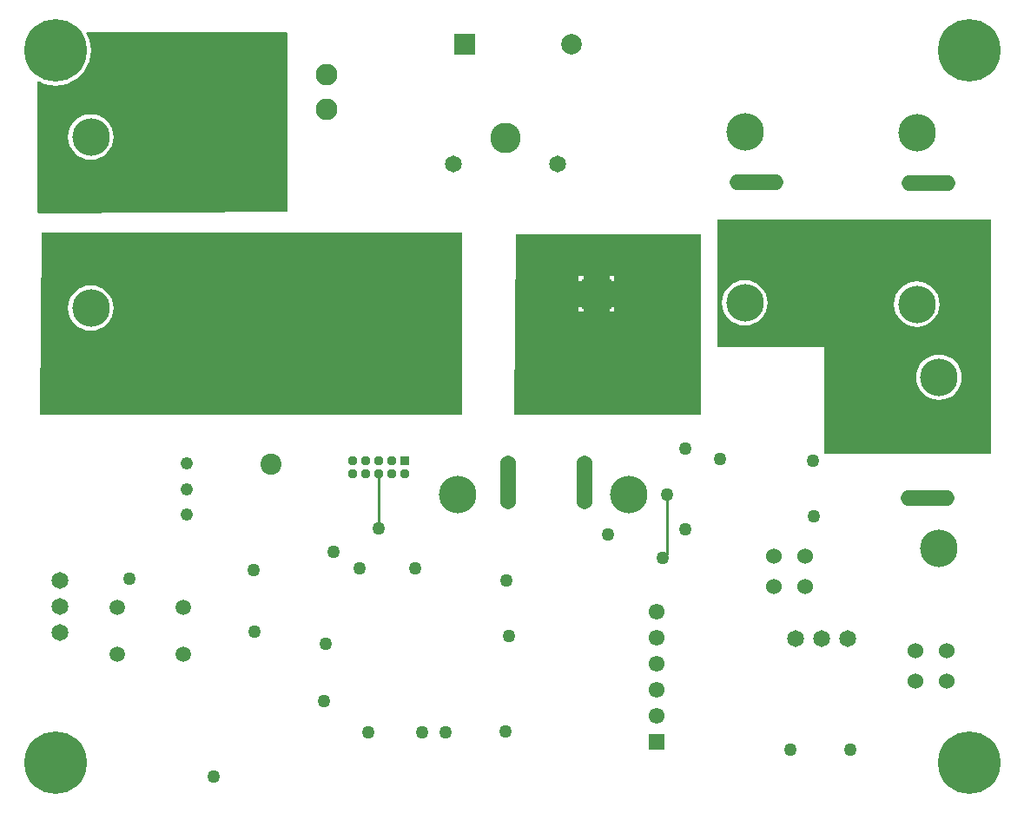
<source format=gbr>
%FSTAX23Y23*%
%MOIN*%
%SFA1B1*%

%IPPOS*%
%ADD23C,0.011000*%
%ADD27C,0.060000*%
%ADD28R,0.061000X0.061000*%
%ADD29C,0.061000*%
%ADD30O,0.207000X0.060000*%
%ADD31C,0.144000*%
%ADD32O,0.060000X0.207000*%
%ADD33C,0.079000*%
%ADD34R,0.079000X0.079000*%
%ADD35C,0.081000*%
%ADD36C,0.083000*%
%ADD37R,0.083000X0.083000*%
%ADD38C,0.037000*%
%ADD39R,0.037000X0.037000*%
%ADD40C,0.059000*%
%ADD41C,0.065000*%
%ADD42C,0.049000*%
%ADD43C,0.240000*%
%ADD44C,0.075000*%
%ADD45C,0.065000*%
%ADD46C,0.121000*%
%ADD47C,0.117000*%
%ADD48R,0.117000X0.117000*%
%ADD49C,0.050000*%
%LNbatt_man_rev2_copper_signal_bot-1*%
%LPD*%
G36*
X0104Y0341D02*
Y02725D01*
X01035*
X00085Y0272*
X0008Y02725*
Y03224*
X00084Y03227*
X00089Y03224*
X00108Y03216*
X00129Y03211*
X0015Y0321*
X00171Y03211*
X00192Y03216*
X00211Y03224*
X0023Y03235*
X00246Y03249*
X0026Y03265*
X00271Y03284*
X00279Y03303*
X00284Y03324*
X00285Y03345*
X00284Y03366*
X00279Y03387*
X00271Y03406*
X00268Y03411*
X00271Y03415*
X01035*
X0104Y0341*
G37*
G36*
X0171Y02645D02*
Y01945D01*
X00094*
X0009Y01949*
X00095Y02645*
X0171*
G37*
G36*
X02625Y01945D02*
X01915D01*
X01914*
X0191Y01947*
X01915Y0264*
X02625*
Y01945*
G37*
G36*
X0374Y01795D02*
X031D01*
Y02205*
X0269*
Y02695*
X0374*
Y01795*
G37*
%LNbatt_man_rev2_copper_signal_bot-2*%
%LPC*%
G36*
X00851Y03303D02*
X0085D01*
Y03302*
X00851*
Y03303*
G37*
G36*
X0075D02*
X00749D01*
Y03302*
X0075*
Y03303*
G37*
G36*
X00851Y03202D02*
X0085D01*
Y03201*
X00851*
Y03202*
G37*
G36*
X0075D02*
X00749D01*
Y03201*
X0075*
Y03202*
G37*
G36*
X00285Y031D02*
X00268Y03099D01*
X00252Y03094*
X00236Y03085*
X00223Y03075*
X00212Y03061*
X00204Y03046*
X00199Y0303*
X00198Y03013*
X00199Y02996*
X00204Y0298*
X00212Y02964*
X00223Y02951*
X00236Y0294*
X00252Y02932*
X00268Y02927*
X00285Y02926*
X00302Y02927*
X00318Y02932*
X00333Y0294*
X00347Y02951*
X00357Y02964*
X00366Y0298*
X00371Y02996*
X00372Y03013*
X00371Y0303*
X00366Y03046*
X00357Y03061*
X00347Y03075*
X00333Y03085*
X00318Y03094*
X00302Y03099*
X00285Y031*
G37*
G36*
X01575Y0236D02*
D01*
G37*
G36*
X01475D02*
D01*
G37*
G36*
X00285Y02443D02*
X00268Y02441D01*
X00252Y02436*
X00236Y02428*
X00223Y02417*
X00212Y02404*
X00204Y02389*
X00199Y02372*
X00198Y02355*
X00199Y02338*
X00204Y02322*
X00212Y02307*
X00223Y02294*
X00236Y02283*
X00252Y02275*
X00268Y0227*
X00285Y02268*
X00302Y0227*
X00318Y02275*
X00333Y02283*
X00347Y02294*
X00357Y02307*
X00366Y02322*
X00371Y02338*
X00372Y02355*
X00371Y02372*
X00366Y02389*
X00357Y02404*
X00347Y02417*
X00333Y02428*
X00318Y02436*
X00302Y02441*
X00285Y02443*
G37*
G36*
X01575Y0226D02*
D01*
G37*
G36*
X01475D02*
D01*
G37*
G36*
X02293Y02478D02*
X02275D01*
Y0246*
X02293*
Y02478*
G37*
G36*
X02175D02*
X02157D01*
Y0246*
X02175*
Y02478*
G37*
G36*
X02293Y0236D02*
X02275D01*
Y02342*
X02293*
Y0236*
G37*
G36*
X02175D02*
X02157D01*
Y02342*
X02175*
Y0236*
G37*
G36*
X02795Y02463D02*
X02778Y02461D01*
X02762Y02456*
X02746Y02448*
X02733Y02437*
X02722Y02424*
X02714Y02409*
X02709Y02392*
X02708Y02375*
X02709Y02358*
X02714Y02342*
X02722Y02327*
X02733Y02314*
X02746Y02303*
X02762Y02295*
X02778Y0229*
X02795Y02288*
X02812Y0229*
X02828Y02295*
X02843Y02303*
X02857Y02314*
X02867Y02327*
X02876Y02342*
X02881Y02358*
X02882Y02375*
X02881Y02392*
X02876Y02409*
X02867Y02424*
X02857Y02437*
X02843Y02448*
X02828Y02456*
X02812Y02461*
X02795Y02463*
G37*
G36*
X03455Y02458D02*
X03438Y02456D01*
X03422Y02451*
X03406Y02443*
X03393Y02432*
X03382Y02419*
X03374Y02404*
X03369Y02387*
X03368Y0237*
X03369Y02353*
X03374Y02337*
X03382Y02322*
X03393Y02309*
X03406Y02298*
X03422Y0229*
X03438Y02285*
X03455Y02283*
X03472Y02285*
X03488Y0229*
X03503Y02298*
X03517Y02309*
X03527Y02322*
X03536Y02337*
X03541Y02353*
X03542Y0237*
X03541Y02387*
X03536Y02404*
X03527Y02419*
X03517Y02432*
X03503Y02443*
X03488Y02451*
X03472Y02456*
X03455Y02458*
G37*
G36*
X0354Y02177D02*
X03523Y02175D01*
X03507Y0217*
X03492Y02162*
X03478Y02151*
X03468Y02138*
X03459Y02123*
X03454Y02107*
X03453Y0209*
X03454Y02073*
X03459Y02056*
X03468Y02041*
X03478Y02028*
X03492Y02017*
X03507Y02009*
X03523Y02004*
X0354Y02002*
X03557Y02004*
X03573Y02009*
X03589Y02017*
X03602Y02028*
X03613Y02041*
X03621Y02056*
X03626Y02073*
X03627Y0209*
X03626Y02107*
X03621Y02123*
X03613Y02138*
X03602Y02151*
X03589Y02162*
X03573Y0217*
X03557Y02175*
X0354Y02177*
G37*
%LNbatt_man_rev2_copper_signal_bot-3*%
%LPD*%
G54D23*
X01389Y0151D02*
X0139Y01511D01*
Y0172*
X0248Y01395D02*
X02495Y0141D01*
Y0164*
G54D27*
X03569Y00921D03*
X03451D03*
X03569Y01039D03*
X03451D03*
X03025Y01403D03*
Y01285D03*
X02907Y01403D03*
Y01285D03*
G54D28*
X02455Y0069D03*
G54D29*
X02455Y0079D03*
Y0089D03*
Y0099D03*
Y0109D03*
Y0119D03*
G54D30*
X03495Y01625D03*
Y0192D03*
X0033Y0282D03*
Y02525D03*
X035Y02835D03*
Y0254D03*
X0284Y0284D03*
Y02545D03*
G54D31*
X0354Y01432D03*
Y0209D03*
X01692Y0164D03*
X0235D03*
X00285Y03013D03*
Y02355D03*
X03455Y03028D03*
Y0237D03*
X02795Y03033D03*
Y02375D03*
G54D32*
X01885Y01685D03*
X0218D03*
G54D33*
X02131Y0337D03*
G54D34*
X01719Y0337D03*
G54D35*
X00975Y02193D03*
Y01755D03*
G54D36*
X008Y03118D03*
X0119D03*
Y03252D03*
G54D37*
X008Y03252D03*
G54D38*
X0129Y0172D03*
X0134D03*
X0139D03*
X0144D03*
X0149D03*
X0129Y0177D03*
X0134D03*
X0139D03*
X0144D03*
G54D39*
X0149Y0177D03*
G54D40*
X00385Y01204D03*
X00641D03*
X00385Y01026D03*
X00641D03*
G54D41*
X00165Y0131D03*
Y0121D03*
Y0111D03*
X0299Y01085D03*
X0309D03*
X0319D03*
G54D42*
X00654Y01758D03*
Y0166D03*
Y01562D03*
G54D43*
X0015Y03345D03*
Y0061D03*
X03655Y03345D03*
Y0061D03*
G54D44*
X02565Y0203D03*
X03165D03*
G54D45*
X02075Y0291D03*
X01675D03*
G54D46*
X01525Y0231D03*
G54D47*
X01875Y0301D03*
G54D48*
X02225Y0241D03*
G54D49*
X0091Y0135D03*
X00912Y01111D03*
X00755Y00555D03*
X032Y0066D03*
X0297D03*
X01215Y0142D03*
X0118Y00845D03*
X01185Y01065D03*
X0227Y01485D03*
X01389Y0151D03*
X03055Y0177D03*
X00433Y01315D03*
X0306Y01555D03*
X0189Y01095D03*
X0188Y0131D03*
X01315Y01355D03*
X0153D03*
X0135Y00724D03*
X01555Y00727D03*
X01875Y00728D03*
X01645Y00724D03*
X02495Y0164D03*
X0248Y01395D03*
X02701Y01775D03*
X02568Y01505D03*
Y01815D03*
M02*
</source>
